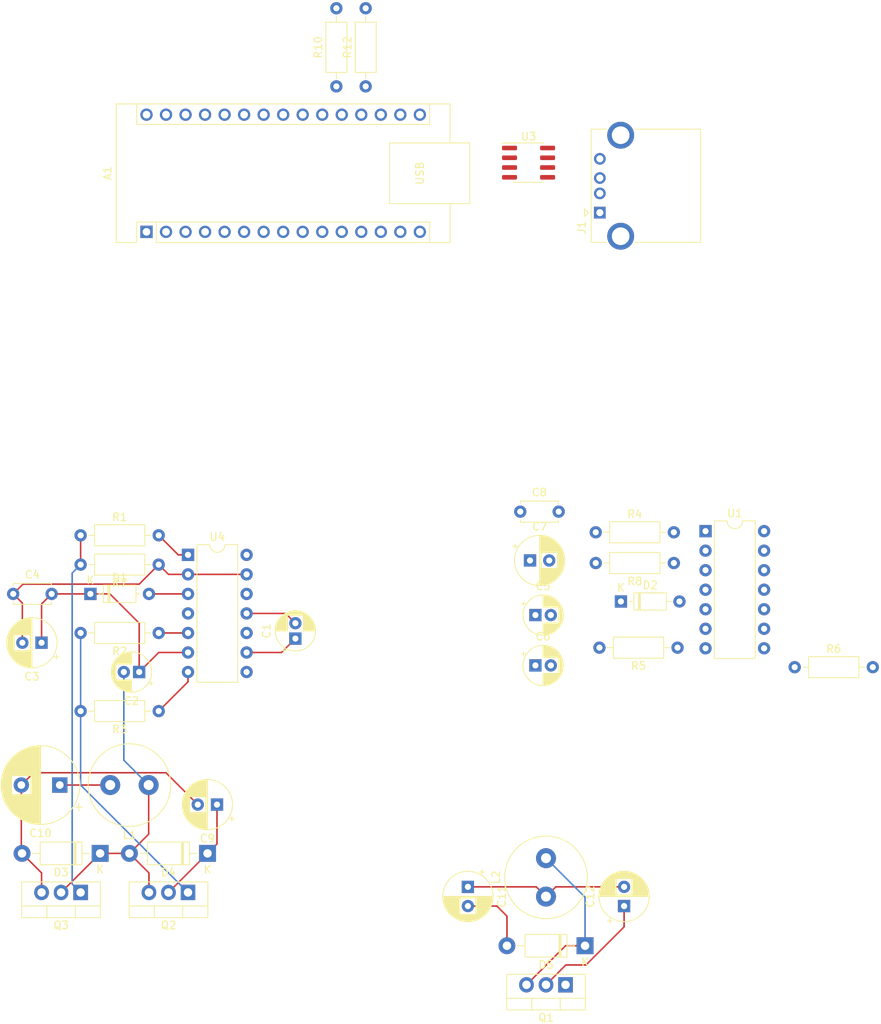
<source format=kicad_pcb>
(kicad_pcb (version 20221018) (generator pcbnew)
  (layers (0 "F.Cu" signal) (31 "B.Cu" signal) (34 "B.Paste" user) (35 "F.Paste" user) (36 "B.SilkS" user "B.Silkscreen") (37 "F.SilkS" user "F.Silkscreen") (38 "B.Mask" user) (39 "F.Mask" user) (44 "Edge.Cuts" user))
  (net 0 "")
  (net 4 "+Buck_Boost_Load")
  (net 12 "PWM_High")
  (net 13 "PWM_Low")
  (net 14 "PWM_MPPT")
  (net 19 "Battery_Voltage")
  (net 20 "PV_Voltage")
  (net 21 "PV_Current")
  (net 27 "5V")
  (net 29 "12V")
  (net 30 "-Bidirectional_DCDC_Load")
  (net 31 "+Bidirectional_DCDC_Load")
  (net 32 "Battery_V_Sensor")
  (net 33 "-Buck_Boost_Load")
  (net 34 "+PV")
  (net 35 "Net-(D1-K)")
  (net 36 "Net-(D2-K)")
  (net 37 "VS")
  (net 38 "Net-(D5-K)")
  (net 43 "Gate_High_1")
  (net 44 "Gate_High")
  (net 45 "Gate_Low")
  (net 46 "Net-(U1-LO)")
  (net 47 "Net-(U1-HO)")
  (net 48 "Gate_Low_1")
  (net 50 "Net-(SC1-+)")
  (net 51 "Net-(SC1--)")
  (net 53 "VS_1")
  (net 54 "Net-(U4-LO)")
  (net 55 "Net-(U4-HO)")
  (footprint "Capacitor_THT:CP_Radial_D6.3mm_P2.50mm" (layer "F.Cu") (at 196.429518 123.69 90)
    (fp_text reference "C12" (at 1.25 -4.4 90) (layer "F.SilkS"))
    (fp_text value "47uF")
    (pad "1" thru_hole rect (at 0 0 90) (size 1.6 1.6) (drill 0.8) (layers "*.Cu" "*.Mask") (net 34 "+PV"))
    (pad "2" thru_hole circle (at 2.5 0 90) (size 1.6 1.6) (drill 0.8) (layers "*.Cu" "*.Mask") (net 4 "+Buck_Boost_Load"))
  )
  (footprint "Resistor_THT:R_Axial_DIN0207_L6.3mm_D2.5mm_P10.16mm_Horizontal" (layer "F.Cu") (at 159 17.08 90)
    (fp_text reference "R10" (at 5.08 -2.37 90) (layer "F.SilkS"))
    (fp_text value "1k")
    (pad "1" thru_hole circle (at 0 0 90) (size 1.6 1.6) (drill 0.8) (layers "*.Cu" "*.Mask") (net 20 "PV_Voltage"))
    (pad "2" thru_hole oval (at 10.16 0 90) (size 1.6 1.6) (drill 0.8) (layers "*.Cu" "*.Mask") (net 4 "+Buck_Boost_Load"))
  )
  (footprint "Package_TO_SOT_THT:TO-220-3_Vertical" (layer "F.Cu") (at 139.7 121.92 180)
    (fp_text reference "Q2" (at 2.54 -4.27) (layer "F.SilkS"))
    (fp_text value "IRF540N")
    (pad "1" thru_hole rect (at 0 0 180) (size 1.905 2) (drill 1.1) (layers "*.Cu" "*.Mask") (net 44 "Gate_High"))
    (pad "2" thru_hole oval (at 2.54 0 180) (size 1.905 2) (drill 1.1) (layers "*.Cu" "*.Mask") (net 30 "-Bidirectional_DCDC_Load"))
    (pad "3" thru_hole oval (at 5.08 0 180) (size 1.905 2) (drill 1.1) (layers "*.Cu" "*.Mask") (net 37 "VS"))
  )
  (footprint "Capacitor_THT:CP_Radial_D5.0mm_P2.00mm" (layer "F.Cu") (at 184.894534 85.84)
    (fp_text reference "C5" (at 1 -3.75) (layer "F.SilkS"))
    (fp_text value "10uF")
    (pad "1" thru_hole rect (at 0 0) (size 1.6 1.6) (drill 0.8) (layers "*.Cu" "*.Mask") (net 27 "5V"))
    (pad "2" thru_hole circle (at 2 0) (size 1.6 1.6) (drill 0.8) (layers "*.Cu" "*.Mask") (net 4 "+Buck_Boost_Load"))
  )
  (footprint "Capacitor_THT:CP_Radial_D6.3mm_P2.50mm" (layer "F.Cu") (at 143.47 110.49 180)
    (fp_text reference "C9" (at 1.25 -4.4) (layer "F.SilkS"))
    (fp_text value "47uF")
    (pad "1" thru_hole rect (at 0 0 180) (size 1.6 1.6) (drill 0.8) (layers "*.Cu" "*.Mask") (net 30 "-Bidirectional_DCDC_Load"))
    (pad "2" thru_hole circle (at 2.5 0 180) (size 1.6 1.6) (drill 0.8) (layers "*.Cu" "*.Mask") (net 31 "+Bidirectional_DCDC_Load"))
  )
  (footprint "Inductor_THT:L_Radial_D10.5mm_P5.00mm_Abacron_AISR-01" (layer "F.Cu") (at 186.269518 122.46 90)
    (fp_text reference "L2" (at 2.5 -6.5 90) (layer "F.SilkS"))
    (fp_text value "100mH")
    (pad "1" thru_hole circle (at 0 0 90) (size 2.6 2.6) (drill 1.3) (layers "*.Cu" "*.Mask") (net 4 "+Buck_Boost_Load"))
    (pad "2" thru_hole circle (at 5 0 90) (size 2.6 2.6) (drill 1.3) (layers "*.Cu" "*.Mask") (net 38 "Net-(D5-K)"))
  )
  (footprint "Connector_USB:USB_A_CONNFLY_DS1095-WNR0" (layer "F.Cu") (at 193.2725 33.5 90)
    (fp_text reference "J1" (at -1.95 -2.35 90) (layer "F.SilkS"))
    (fp_text value "USB_A")
    (pad "1" thru_hole rect (at 0 0 90) (size 1.524 1.524) (drill 0.92) (layers "*.Cu" "*.Mask"))
    (pad "2" thru_hole circle (at 2.5 0 90) (size 1.524 1.524) (drill 0.92) (layers "*.Cu" "*.Mask"))
    (pad "3" thru_hole circle (at 4.5 0 90) (size 1.524 1.524) (drill 0.92) (layers "*.Cu" "*.Mask"))
    (pad "4" thru_hole circle (at 7 0 90) (size 1.524 1.524) (drill 0.92) (layers "*.Cu" "*.Mask"))
    (pad "5" thru_hole circle (at -3.07 2.71 90) (size 3.5 3.5) (drill 2.3) (layers "*.Cu" "*.Mask") (net 4 "+Buck_Boost_Load"))
    (pad "5" thru_hole circle (at 10.07 2.71 90) (size 3.5 3.5) (drill 2.3) (layers "*.Cu" "*.Mask") (net 4 "+Buck_Boost_Load"))
  )
  (footprint "Capacitor_THT:CP_Radial_D5.0mm_P2.00mm" (layer "F.Cu") (at 153.67 88.9 90)
    (fp_text reference "C1" (at 1 -3.75 90) (layer "F.SilkS"))
    (fp_text value "10uF")
    (pad "1" thru_hole rect (at 0 0 90) (size 1.6 1.6) (drill 0.8) (layers "*.Cu" "*.Mask") (net 27 "5V"))
    (pad "2" thru_hole circle (at 2 0 90) (size 1.6 1.6) (drill 0.8) (layers "*.Cu" "*.Mask") (net 4 "+Buck_Boost_Load"))
  )
  (footprint "Capacitor_THT:C_Disc_D4.7mm_W2.5mm_P5.00mm" (layer "F.Cu") (at 182.92 72.39)
    (fp_text reference "C8" (at 2.5 -2.5) (layer "F.SilkS"))
    (fp_text value "100nF")
    (pad "1" thru_hole circle (at 0 0) (size 1.6 1.6) (drill 0.8) (layers "*.Cu" "*.Mask") (net 4 "+Buck_Boost_Load"))
    (pad "2" thru_hole circle (at 5 0) (size 1.6 1.6) (drill 0.8) (layers "*.Cu" "*.Mask") (net 36 "Net-(D2-K)"))
  )
  (footprint "Capacitor_THT:C_Disc_D4.7mm_W2.5mm_P5.00mm" (layer "F.Cu") (at 116.96 83.09)
    (fp_text reference "C4" (at 2.5 -2.5) (layer "F.SilkS"))
    (fp_text value "100nF")
    (pad "1" thru_hole circle (at 0 0) (size 1.6 1.6) (drill 0.8) (layers "*.Cu" "*.Mask") (net 4 "+Buck_Boost_Load"))
    (pad "2" thru_hole circle (at 5 0) (size 1.6 1.6) (drill 0.8) (layers "*.Cu" "*.Mask") (net 35 "Net-(D1-K)"))
  )
  (footprint "Capacitor_THT:CP_Radial_D6.3mm_P2.50mm" (layer "F.Cu") (at 120.65 89.44 180)
    (fp_text reference "C3" (at 1.25 -4.4) (layer "F.SilkS"))
    (fp_text value "100uF")
    (pad "1" thru_hole rect (at 0 0 180) (size 1.6 1.6) (drill 0.8) (layers "*.Cu" "*.Mask") (net 35 "Net-(D1-K)"))
    (pad "2" thru_hole circle (at 2.5 0 180) (size 1.6 1.6) (drill 0.8) (layers "*.Cu" "*.Mask") (net 4 "+Buck_Boost_Load"))
  )
  (footprint "Resistor_THT:R_Axial_DIN0207_L6.3mm_D2.5mm_P10.16mm_Horizontal" (layer "F.Cu") (at 218.62 92.62)
    (fp_text reference "R6" (at 5.08 -2.37) (layer "F.SilkS"))
    (fp_text value "20")
    (pad "1" thru_hole circle (at 0 0) (size 1.6 1.6) (drill 0.8) (layers "*.Cu" "*.Mask") (net 47 "Net-(U1-HO)"))
    (pad "2" thru_hole oval (at 10.16 0) (size 1.6 1.6) (drill 0.8) (layers "*.Cu" "*.Mask") (net 43 "Gate_High_1"))
  )
  (footprint "Diode_THT:D_DO-35_SOD27_P7.62mm_Horizontal" (layer "F.Cu") (at 127 83.09)
    (fp_text reference "D1" (at 3.81 -2.12) (layer "F.SilkS"))
    (fp_text value "1N4148")
    (fp_text user "K" (at 0 -1.8) (layer "F.SilkS"))
    (pad "1" thru_hole rect (at 0 0) (size 1.6 1.6) (drill 0.8) (layers "*.Cu" "*.Mask") (net 35 "Net-(D1-K)"))
    (pad "2" thru_hole oval (at 7.62 0) (size 1.6 1.6) (drill 0.8) (layers "*.Cu" "*.Mask") (net 29 "12V"))
  )
  (footprint "Capacitor_THT:CP_Radial_D6.3mm_P2.50mm" (layer "F.Cu") (at 176.109518 121.19 -90)
    (fp_text reference "C11" (at 1.25 -4.4 90) (layer "F.SilkS"))
    (fp_text value "47uF")
    (pad "1" thru_hole rect (at 0 0 270) (size 1.6 1.6) (drill 0.8) (layers "*.Cu" "*.Mask") (net 4 "+Buck_Boost_Load"))
    (pad "2" thru_hole circle (at 2.5 0 270) (size 1.6 1.6) (drill 0.8) (layers "*.Cu" "*.Mask") (net 33 "-Buck_Boost_Load"))
  )
  (footprint "Package_TO_SOT_THT:TO-220-3_Vertical" (layer "F.Cu") (at 125.73 121.92 180)
    (fp_text reference "Q3" (at 2.54 -4.27) (layer "F.SilkS"))
    (fp_text value "IRF540N")
    (pad "1" thru_hole rect (at 0 0 180) (size 1.905 2) (drill 1.1) (layers "*.Cu" "*.Mask") (net 45 "Gate_Low"))
    (pad "2" thru_hole oval (at 2.54 0 180) (size 1.905 2) (drill 1.1) (layers "*.Cu" "*.Mask") (net 37 "VS"))
    (pad "3" thru_hole oval (at 5.08 0 180) (size 1.905 2) (drill 1.1) (layers "*.Cu" "*.Mask") (net 31 "+Bidirectional_DCDC_Load"))
  )
  (footprint "Package_DIP:DIP-14_W7.62mm" (layer "F.Cu") (at 207.02 74.925)
    (fp_text reference "U1" (at 3.81 -2.33) (layer "F.SilkS"))
    (fp_text value "IR2213")
    (pad "1" thru_hole rect (at 0 0) (size 1.6 1.6) (drill 0.8) (layers "*.Cu" "*.Mask") (net 46 "Net-(U1-LO)"))
    (pad "2" thru_hole oval (at 0 2.54) (size 1.6 1.6) (drill 0.8) (layers "*.Cu" "*.Mask") (net 4 "+Buck_Boost_Load"))
    (pad "3" thru_hole oval (at 0 5.08) (size 1.6 1.6) (drill 0.8) (layers "*.Cu" "*.Mask") (net 29 "12V"))
    (pad "4" thru_hole oval (at 0 7.62) (size 1.6 1.6) (drill 0.8) (layers "*.Cu" "*.Mask"))
    (pad "5" thru_hole oval (at 0 10.16) (size 1.6 1.6) (drill 0.8) (layers "*.Cu" "*.Mask") (net 53 "VS_1"))
    (pad "6" thru_hole oval (at 0 12.7) (size 1.6 1.6) (drill 0.8) (layers "*.Cu" "*.Mask") (net 36 "Net-(D2-K)"))
    (pad "7" thru_hole oval (at 0 15.24) (size 1.6 1.6) (drill 0.8) (layers "*.Cu" "*.Mask") (net 47 "Net-(U1-HO)"))
    (pad "8" thru_hole oval (at 7.62 15.24) (size 1.6 1.6) (drill 0.8) (layers "*.Cu" "*.Mask"))
    (pad "9" thru_hole oval (at 7.62 12.7) (size 1.6 1.6) (drill 0.8) (layers "*.Cu" "*.Mask") (net 27 "5V"))
    (pad "10" thru_hole oval (at 7.62 10.16) (size 1.6 1.6) (drill 0.8) (layers "*.Cu" "*.Mask") (net 14 "PWM_MPPT"))
    (pad "11" thru_hole oval (at 7.62 7.62) (size 1.6 1.6) (drill 0.8) (layers "*.Cu" "*.Mask") (net 4 "+Buck_Boost_Load"))
    (pad "12" thru_hole oval (at 7.62 5.08) (size 1.6 1.6) (drill 0.8) (layers "*.Cu" "*.Mask"))
    (pad "13" thru_hole oval (at 7.62 2.54) (size 1.6 1.6) (drill 0.8) (layers "*.Cu" "*.Mask") (net 4 "+Buck_Boost_Load"))
    (pad "14" thru_hole oval (at 7.62 0) (size 1.6 1.6) (drill 0.8) (layers "*.Cu" "*.Mask"))
  )
  (footprint "Resistor_THT:R_Axial_DIN0207_L6.3mm_D2.5mm_P10.16mm_Horizontal" (layer "F.Cu") (at 135.89 79.28 180)
    (fp_text reference "R7" (at 5.08 -2.37) (layer "F.SilkS"))
    (fp_text value "10k")
    (pad "1" thru_hole circle (at 0 0 180) (size 1.6 1.6) (drill 0.8) (layers "*.Cu" "*.Mask") (net 4 "+Buck_Boost_Load"))
    (pad "2" thru_hole oval (at 10.16 0 180) (size 1.6 1.6) (drill 0.8) (layers "*.Cu" "*.Mask") (net 45 "Gate_Low"))
  )
  (footprint "Diode_THT:D_DO-41_SOD81_P10.16mm_Horizontal" (layer "F.Cu") (at 142.24 116.84 180)
    (fp_text reference "D4" (at 5.08 -2.47) (layer "F.SilkS"))
    (fp_text value "1N4002")
    (fp_text user "K" (at 0 -2.1) (layer "F.SilkS"))
    (pad "1" thru_hole rect (at 0 0 180) (size 2.2 2.2) (drill 1.1) (layers "*.Cu" "*.Mask") (net 30 "-Bidirectional_DCDC_Load"))
    (pad "2" thru_hole oval (at 10.16 0 180) (size 2.2 2.2) (drill 1.1) (layers "*.Cu" "*.Mask") (net 37 "VS"))
  )
  (footprint "Inductor_THT:L_Radial_D10.5mm_P5.00mm_Abacron_AISR-01" (layer "F.Cu") (at 134.58 107.95 180)
    (fp_text reference "L1" (at 2.5 -6.5) (layer "F.SilkS"))
    (fp_text value "100mH")
    (pad "1" thru_hole circle (at 0 0 180) (size 2.6 2.6) (drill 1.3) (layers "*.Cu" "*.Mask") (net 37 "VS"))
    (pad "2" thru_hole circle (at 5 0 180) (size 2.6 2.6) (drill 1.3) (layers "*.Cu" "*.Mask") (net 32 "Battery_V_Sensor"))
  )
  (footprint "Package_DIP:DIP-14_W7.62mm" (layer "F.Cu") (at 139.7 78.01)
    (fp_text reference "U4" (at 3.81 -2.33) (layer "F.SilkS"))
    (fp_text value "IR2213")
    (pad "1" thru_hole rect (at 0 0) (size 1.6 1.6) (drill 0.8) (layers "*.Cu" "*.Mask") (net 54 "Net-(U4-LO)"))
    (pad "2" thru_hole oval (at 0 2.54) (size 1.6 1.6) (drill 0.8) (layers "*.Cu" "*.Mask") (net 4 "+Buck_Boost_Load"))
    (pad "3" thru_hole oval (at 0 5.08) (size 1.6 1.6) (drill 0.8) (layers "*.Cu" "*.Mask") (net 29 "12V"))
    (pad "4" thru_hole oval (at 0 7.62) (size 1.6 1.6) (drill 0.8) (layers "*.Cu" "*.Mask"))
    (pad "5" thru_hole oval (at 0 10.16) (size 1.6 1.6) (drill 0.8) (layers "*.Cu" "*.Mask") (net 37 "VS"))
    (pad "6" thru_hole oval (at 0 12.7) (size 1.6 1.6) (drill 0.8) (layers "*.Cu" "*.Mask") (net 35 "Net-(D1-K)"))
    (pad "7" thru_hole oval (at 0 15.24) (size 1.6 1.6) (drill 0.8) (layers "*.Cu" "*.Mask") (net 55 "Net-(U4-HO)"))
    (pad "8" thru_hole oval (at 7.62 15.24) (size 1.6 1.6) (drill 0.8) (layers "*.Cu" "*.Mask"))
    (pad "9" thru_hole oval (at 7.62 12.7) (size 1.6 1.6) (drill 0.8) (layers "*.Cu" "*.Mask") (net 27 "5V"))
    (pad "10" thru_hole oval (at 7.62 10.16) (size 1.6 1.6) (drill 0.8) (layers "*.Cu" "*.Mask") (net 12 "PWM_High"))
    (pad "11" thru_hole oval (at 7.62 7.62) (size 1.6 1.6) (drill 0.8) (layers "*.Cu" "*.Mask") (net 4 "+Buck_Boost_Load"))
    (pad "12" thru_hole oval (at 7.62 5.08) (size 1.6 1.6) (drill 0.8) (layers "*.Cu" "*.Mask") (net 13 "PWM_Low"))
    (pad "13" thru_hole oval (at 7.62 2.54) (size 1.6 1.6) (drill 0.8) (layers "*.Cu" "*.Mask") (net 4 "+Buck_Boost_Load"))
    (pad "14" thru_hole oval (at 7.62 0) (size 1.6 1.6) (drill 0.8) (layers "*.Cu" "*.Mask"))
  )
  (footprint "Diode_THT:D_DO-35_SOD27_P7.62mm_Horizontal" (layer "F.Cu") (at 196.01 84.075)
    (fp_text reference "D2" (at 3.81 -2.12) (layer "F.SilkS"))
    (fp_text value "1N4148")
    (fp_text user "K" (at 0 -1.8) (layer "F.SilkS"))
    (pad "1" thru_hole rect (at 0 0) (size 1.6 1.6) (drill 0.8) (layers "*.Cu" "*.Mask") (net 36 "Net-(D2-K)"))
    (pad "2" thru_hole oval (at 7.62 0) (size 1.6 1.6) (drill 0.8) (layers "*.Cu" "*.Mask") (net 29 "12V"))
  )
  (footprint "Diode_THT:D_DO-41_SOD81_P10.16mm_Horizontal" (layer "F.Cu") (at 191.349518 128.85 180)
    (fp_text reference "D5" (at 5.08 -2.47) (layer "F.SilkS"))
    (fp_text value "1N4002")
    (fp_text user "K" (at 0 -2.1) (layer "F.SilkS"))
    (pad "1" thru_hole rect (at 0 0 180) (size 2.2 2.2) (drill 1.1) (layers "*.Cu" "*.Mask") (net 38 "Net-(D5-K)"))
    (pad "2" thru_hole oval (at 10.16 0 180) (size 2.2 2.2) (drill 1.1) (layers "*.Cu" "*.Mask") (net 33 "-Buck_Boost_Load"))
  )
  (footprint "Capacitor_THT:CP_Radial_D5.0mm_P2.00mm" (layer "F.Cu") (at 184.894534 92.39)
    (fp_text reference "C6" (at 1 -3.75) (layer "F.SilkS"))
    (fp_text value "10uF")
    (pad "1" thru_hole rect (at 0 0) (size 1.6 1.6) (drill 0.8) (layers "*.Cu" "*.Mask") (net 36 "Net-(D2-K)"))
    (pad "2" thru_hole circle (at 2 0) (size 1.6 1.6) (drill 0.8) (layers "*.Cu" "*.Mask") (net 53 "VS_1"))
  )
  (footprint "Module:Arduino_Nano" (layer "F.Cu") (at 134.3 36 90)
    (fp_text reference "A1" (at 7.62 -5.08 90) (layer "F.SilkS"))
    (fp_text value "Arduino_Nano_v3.x")
    (fp_text user "USB" (at 7.62 35.56 90 unlocked) (layer "F.SilkS"))
    (pad "1" thru_hole rect (at 0 0 90) (size 1.6 1.6) (drill 1) (layers "*.Cu" "*.Mask"))
    (pad "2" thru_hole oval (at 0 2.54 90) (size 1.6 1.6) (drill 1) (layers "*.Cu" "*.Mask"))
    (pad "3" thru_hole oval (at 0 5.08 90) (size 1.6 1.6) (drill 1) (layers "*.Cu" "*.Mask"))
    (pad "4" thru_hole oval (at 0 7.62 90) (size 1.6 1.6) (drill 1) (layers "*.Cu" "*.Mask") (net 4 "+Buck_Boost_Load"))
    (pad "5" thru_hole oval (at 0 10.16 90) (size 1.6 1.6) (drill 1) (layers "*.Cu" "*.Mask"))
    (pad "6" thru_hole oval (at 0 12.7 90) (size 1.6 1.6) (drill 1) (layers "*.Cu" "*.Mask"))
    (pad "7" thru_hole oval (at 0 15.24 90) (size 1.6 1.6) (drill 1) (layers "*.Cu" "*.Mask"))
    (pad "8" thru_hole oval (at 0 17.78 90) (size 1.6 1.6) (drill 1) (layers "*.Cu" "*.Mask"))
    (pad "9" thru_hole oval (at 0 20.32 90) (size 1.6 1.6) (drill 1) (layers "*.Cu" "*.Mask"))
    (pad "10" thru_hole oval (at 0 22.86 90) (size 1.6 1.6) (drill 1) (layers "*.Cu" "*.Mask"))
    (pad "11" thru_hole oval (at 0 25.4 90) (size 1.6 1.6) (drill 1) (layers "*.Cu" "*.Mask"))
    (pad "12" thru_hole oval (at 0 27.94 90) (size 1.6 1.6) (drill 1) (layers "*.Cu" "*.Mask") (net 12 "PWM_High"))
    (pad "13" thru_hole oval (at 0 30.48 90) (size 1.6 1.6) (drill 1) (layers "*.Cu" "*.Mask") (net 13 "PWM_Low"))
    (pad "14" thru_hole oval (at 0 33.02 90) (size 1.6 1.6) (drill 1) (layers "*.Cu" "*.Mask") (net 14 "PWM_MPPT"))
    (pad "15" thru_hole oval (at 0 35.56 90) (size 1.6 1.6) (drill 1) (layers "*.Cu" "*.Mask"))
    (pad "16" thru_hole oval (at 15.24 35.56 90) (size 1.6 1.6) (drill 1) (layers "*.Cu" "*.Mask"))
    (pad "17" thru_hole oval (at 15.24 33.02 90) (size 1.6 1.6) (drill 1) (layers "*.Cu" "*.Mask"))
    (pad "18" thru_hole oval (at 15.24 30.48 90) (size 1.6 1.6) (drill 1) (layers "*.Cu" "*.Mask"))
    (pad "19" thru_hole oval (at 15.24 27.94 90) (size 1.6 1.6) (drill 1) (layers "*.Cu" "*.Mask") (net 19 "Battery_Voltage"))
    (pad "20" thru_hole oval (at 15.24 25.4 90) (size 1.6 1.6) (drill 1) (layers "*.Cu" "*.Mask") (net 20 "PV_Voltage"))
    (pad "21" thru_hole oval (at 15.24 22.86 90) (size 1.6 1.6) (drill 1) (layers "*.Cu" "*.Mask") (net 21 "PV_Current"))
    (pad "22" thru_hole oval (at 15.24 20.32 90) (size 1.6 1.6) (drill 1) (layers "*.Cu" "*.Mask"))
    (pad "23" thru_hole oval (at 15.24 17.78 90) (size 1.6 1.6) (drill 1) (layers "*.Cu" "*.Mask"))
    (pad "24" thru_hole oval (at 15.24 15.24 90) (size 1.6 1.6) (drill 1) (layers "*.Cu" "*.Mask"))
    (pad "25" thru_hole oval (at 15.24 12.7 90) (size 1.6 1.6) (drill 1) (layers "*.Cu" "*.Mask"))
    (pad "26" thru_hole oval (at 15.24 10.16 90) (size 1.6 1.6) (drill 1) (layers "*.Cu" "*.Mask"))
    (pad "27" thru_hole oval (at 15.24 7.62 90) (size 1.6 1.6) (drill 1) (layers "*.Cu" "*.Mask") (net 27 "5V"))
    (pad "28" thru_hole oval (at 15.24 5.08 90) (size 1.6 1.6) (drill 1) (layers "*.Cu" "*.Mask"))
    (pad "29" thru_hole oval (at 15.24 2.54 90) (size 1.6 1.6) (drill 1) (layers "*.Cu" "*.Mask") (net 4 "+Buck_Boost_Load"))
    (pad "30" thru_hole oval (at 15.24 0 90) (size 1.6 1.6) (drill 1) (layers "*.Cu" "*.Mask") (net 29 "12V"))
  )
  (footprint "Capacitor_THT:CP_Radial_D5.0mm_P2.00mm" (layer "F.Cu") (at 133.35 93.25 180)
    (fp_text reference "C2" (at 1 -3.75) (layer "F.SilkS"))
    (fp_text value "10uF")
    (pad "1" thru_hole rect (at 0 0 180) (size 1.6 1.6) (drill 0.8) (layers "*.Cu" "*.Mask") (net 35 "Net-(D1-K)"))
    (pad "2" thru_hole circle (at 2 0 180) (size 1.6 1.6) (drill 0.8) (layers "*.Cu" "*.Mask") (net 37 "VS"))
  )
  (footprint "Package_SO:SOIC-8_3.9x4.9mm_P1.27mm" (layer "F.Cu") (at 184 27)
    (fp_text reference "U3" (at 0 -3.4) (layer "F.SilkS"))
    (fp_text value "ACS712xLCTR-05B")
    (pad "1" smd roundrect (at -2.475 -1.905) (size 1.95 0.6) (layers "F.Cu" "F.Paste" "F.Mask") (net 50 "Net-(SC1-+)"))
    (pad "2" smd roundrect (at -2.475 -0.635) (size 1.95 0.6) (layers "F.Cu" "F.Paste" "F.Mask") (net 50 "Net-(SC1-+)"))
    (pad "3" smd roundrect (at -2.475 0.635) (size 1.95 0.6) (layers "F.Cu" "F.Paste" "F.Mask") (net 51 "Net-(SC1--)"))
    (pad "4" smd roundrect (at -2.475 1.905) (size 1.95 0.6) (layers "F.Cu" "F.Paste" "F.Mask") (net 51 "Net-(SC1--)"))
    (pad "5" smd roundrect (at 2.475 1.905) (size 1.95 0.6) (layers "F.Cu" "F.Paste" "F.Mask") (net 4 "+Buck_Boost_Load"))
    (pad "6" smd roundrect (at 2.475 0.635) (size 1.95 0.6) (layers "F.Cu" "F.Paste" "F.Mask"))
    (pad "7" smd roundrect (at 2.475 -0.635) (size 1.95 0.6) (layers "F.Cu" "F.Paste" "F.Mask") (net 34 "+PV"))
    (pad "8" smd roundrect (at 2.475 -1.905) (size 1.95 0.6) (layers "F.Cu" "F.Paste" "F.Mask") (net 27 "5V"))
  )
  (footprint "Resistor_THT:R_Axial_DIN0207_L6.3mm_D2.5mm_P10.16mm_Horizontal" (layer "F.Cu") (at 135.89 88.17 180)
    (fp_text reference "R2" (at 5.08 -2.37) (layer "F.SilkS"))
    (fp_text value "10k")
    (pad "1" thru_hole circle (at 0 0 180) (size 1.6 1.6) (drill 0.8) (layers "*.Cu" "*.Mask") (net 37 "VS"))
    (pad "2" thru_hole oval (at 10.16 0 180) (size 1.6 1.6) (drill 0.8) (layers "*.Cu" "*.Mask") (net 44 "Gate_High"))
  )
  (footprint "Capacitor_THT:CP_Radial_D10.0mm_P5.00mm" (layer "F.Cu") (at 123.017677 107.95 180)
    (fp_text reference "C10" (at 2.5 -6.25) (layer "F.SilkS"))
    (fp_text value "470uF")
    (pad "1" thru_hole rect (at 0 0 180) (size 2 2) (drill 1) (layers "*.Cu" "*.Mask") (net 32 "Battery_V_Sensor"))
    (pad "2" thru_hole circle (at 5 0 180) (size 2 2) (drill 1) (layers "*.Cu" "*.Mask") (net 31 "+Bidirectional_DCDC_Load"))
  )
  (footprint "Resistor_THT:R_Axial_DIN0207_L6.3mm_D2.5mm_P10.16mm_Horizontal" (layer "F.Cu") (at 125.73 75.47)
    (fp_text reference "R1" (at 5.08 -2.37) (layer "F.SilkS"))
    (fp_text value "20")
    (pad "1" thru_hole circle (at 0 0) (size 1.6 1.6) (drill 0.8) (layers "*.Cu" "*.Mask") (net 45 "Gate_Low"))
    (pad "2" thru_hole oval (at 10.16 0) (size 1.6 1.6) (drill 0.8) (layers "*.Cu" "*.Mask") (net 54 "Net-(U4-LO)"))
  )
  (footprint "Package_TO_SOT_THT:TO-220-3_Vertical" (layer "F.Cu") (at 188.809518 133.93 180)
    (fp_text reference "Q1" (at 2.54 -4.27) (layer "F.SilkS"))
    (fp_text value "IRF540N")
    (pad "1" thru_hole rect (at 0 0 180) (size 1.905 2) (drill 1.1) (layers "*.Cu" "*.Mask") (net 43 "Gate_High_1"))
    (pad "2" thru_hole oval (at 2.54 0 180) (size 1.905 2) (drill 1.1) (layers "*.Cu" "*.Mask") (net 34 "+PV"))
    (pad "3" thru_hole oval (at 5.08 0 180) (size 1.905 2) (drill 1.1) (layers "*.Cu" "*.Mask") (net 38 "Net-(D5-K)"))
  )
  (footprint "Resistor_THT:R_Axial_DIN0207_L6.3mm_D2.5mm_P10.16mm_Horizontal" (layer "F.Cu") (at 203.38 90.08 180)
    (fp_text reference "R5" (at 5.08 -2.37) (layer "F.SilkS"))
    (fp_text value "10k")
    (pad "1" thru_hole circle (at 0 0 180) (size 1.6 1.6) (drill 0.8) (layers "*.Cu" "*.Mask") (net 53 "VS_1"))
    (pad "2" thru_hole oval (at 10.16 0 180) (size 1.6 1.6) (drill 0.8) (layers "*.Cu" "*.Mask") (net 43 "Gate_High_1"))
  )
  (footprint "Resistor_THT:R_Axial_DIN0207_L6.3mm_D2.5mm_P10.16mm_Horizontal" (layer "F.Cu") (at 202.9 79.075 180)
    (fp_text reference "R8" (at 5.08 -2.37) (layer "F.SilkS"))
    (fp_text value "10k")
    (pad "1" thru_hole circle (at 0 0 180) (size 1.6 1.6) (drill 0.8) (layers "*.Cu" "*.Mask") (net 4 "+Buck_Boost_Load"))
    (pad "2" thru_hole oval (at 10.16 0 180) (size 1.6 1.6) (drill 0.8) (layers "*.Cu" "*.Mask") (net 48 "Gate_Low_1"))
  )
  (footprint "Diode_THT:D_DO-41_SOD81_P10.16mm_Horizontal" (layer "F.Cu") (at 128.27 116.84 180)
    (fp_text reference "D3" (at 5.08 -2.47) (layer "F.SilkS"))
    (fp_text value "1N4002")
    (fp_text user "K" (at 0 -2.1) (layer "F.SilkS"))
    (pad "1" thru_hole rect (at 0 0 180) (size 2.2 2.2) (drill 1.1) (layers "*.Cu" "*.Mask") (net 37 "VS"))
    (pad "2" thru_hole oval (at 10.16 0 180) (size 2.2 2.2) (drill 1.1) (layers "*.Cu" "*.Mask") (net 31 "+Bidirectional_DCDC_Load"))
  )
  (footprint "Resistor_THT:R_Axial_DIN0207_L6.3mm_D2.5mm_P10.16mm_Horizontal" (layer "F.Cu") (at 135.89 98.33 180)
    (fp_text reference "R3" (at 5.08 -2.37) (layer "F.SilkS"))
    (fp_text value "20")
    (pad "1" thru_hole circle (at 0 0 180) (size 1.6 1.6) (drill 0.8) (layers "*.Cu" "*.Mask") (net 55 "Net-(U4-HO)"))
    (pad "2" thru_hole oval (at 10.16 0 180) (size 1.6 1.6) (drill 0.8) (layers "*.Cu" "*.Mask") (net 44 "Gate_High"))
  )
  (footprint "Resistor_THT:R_Axial_DIN0207_L6.3mm_D2.5mm_P10.16mm_Horizontal" (layer "F.Cu") (at 162.81 17.08 90)
    (fp_text reference "R12" (at 5.08 -2.37 90) (layer "F.SilkS"))
    (fp_text value "1k")
    (pad "1" thru_hole circle (at 0 0 90) (size 1.6 1.6) (drill 0.8) (layers "*.Cu" "*.Mask") (net 19 "Battery_Voltage"))
    (pad "2" thru_hole oval (at 10.16 0 90) (size 1.6 1.6) (drill 0.8) (layers "*.Cu" "*.Mask") (net 4 "+Buck_Boost_Load"))
  )
  (footprint "Capacitor_THT:CP_Radial_D6.3mm_P2.50mm" (layer "F.Cu") (at 184.19 78.74)
    (fp_text reference "C7" (at 1.25 -4.4) (layer "F.SilkS"))
    (fp_text value "100uF")
    (pad "1" thru_hole rect (at 0 0) (size 1.6 1.6) (drill 0.8) (layers "*.Cu" "*.Mask") (net 36 "Net-(D2-K)"))
    (pad "2" thru_hole circle (at 2.5 0) (size 1.6 1.6) (drill 0.8) (layers "*.Cu" "*.Mask") (net 4 "+Buck_Boost_Load"))
  )
  (footprint "Resistor_THT:R_Axial_DIN0207_L6.3mm_D2.5mm_P10.16mm_Horizontal" (layer "F.Cu") (at 192.74 75.075)
    (fp_text reference "R4" (at 5.08 -2.37) (layer "F.SilkS"))
    (fp_text value "20")
    (pad "1" thru_hole circle (at 0 0) (size 1.6 1.6) (drill 0.8) (layers "*.Cu" "*.Mask") (net 48 "Gate_Low_1"))
    (pad "2" thru_hole oval (at 10.16 0) (size 1.6 1.6) (drill 0.8) (layers "*.Cu" "*.Mask") (net 46 "Net-(U1-LO)"))
  )
  (segment (start 137.16 80.55) (end 135.89 79.28) (width 0.2) (layer "F.Cu") (net 4))
  (segment (start 196.429518 121.19) (end 187.539518 121.19) (width 0.2) (layer "F.Cu") (net 4))
  (segment (start 152.4 85.63) (end 147.32 85.63) (width 0.2) (layer "F.Cu") (net 4))
  (segment (start 118.15 89.44) (end 118.15 84.28) (width 0.2) (layer "F.Cu") (net 4))
  (segment (start 187.539518 121.19) (end 186.269518 122.46) (width 0.2) (layer "F.Cu") (net 4))
  (segment (start 139.7 80.55) (end 137.16 80.55) (width 0.2) (layer "F.Cu") (net 4))
  (segment (start 118.23 81.82) (end 133.35 81.82) (width 0.2) (layer "F.Cu") (net 4))
  (segment (start 176.109518 121.19) (end 184.999518 121.19) (width 0.2) (layer "F.Cu") (net 4))
  (segment (start 133.35 81.82) (end 135.89 79.28) (width 0.2) (layer "F.Cu") (net 4))
  (segment (start 116.96 83.09) (end 118.23 81.82) (width 0.2) (layer "F.Cu") (net 4))
  (segment (start 147.32 80.55) (end 139.7 80.55) (width 0.2) (layer "F.Cu") (net 4))
  (segment (start 184.999518 121.19) (end 186.269518 122.46) (width 0.2) (layer "F.Cu") (net 4))
  (segment (start 153.67 86.9) (end 152.4 85.63) (width 0.2) (layer "F.Cu") (net 4))
  (segment (start 118.15 84.28) (end 116.96 83.09) (width 0.2) (layer "F.Cu") (net 4))
  (segment (start 147.32 90.71) (end 151.86 90.71) (width 0.2) (layer "F.Cu") (net 27))
  (segment (start 151.86 90.71) (end 153.67 88.9) (width 0.2) (layer "F.Cu") (net 27))
  (segment (start 139.7 83.09) (end 134.62 83.09) (width 0.2) (layer "F.Cu") (net 29))
  (segment (start 142.24 116.84) (end 137.16 121.92) (width 0.2) (layer "F.Cu") (net 30))
  (segment (start 143.47 110.49) (end 143.47 115.61) (width 0.2) (layer "F.Cu") (net 30))
  (segment (start 143.47 115.61) (end 142.24 116.84) (width 0.2) (layer "F.Cu") (net 30))
  (segment (start 118.017677 107.95) (end 118.017677 116.747677) (width 0.2) (layer "F.Cu") (net 31))
  (segment (start 119.617677 106.35) (end 118.017677 107.95) (width 0.2) (layer "F.Cu") (net 31))
  (segment (start 136.83 106.35) (end 119.617677 106.35) (width 0.2) (layer "F.Cu") (net 31))
  (segment (start 118.017677 116.747677) (end 118.11 116.84) (width 0.2) (layer "F.Cu") (net 31))
  (segment (start 120.65 119.38) (end 120.65 121.92) (width 0.2) (layer "F.Cu") (net 31))
  (segment (start 140.97 110.49) (end 136.83 106.35) (width 0.2) (layer "F.Cu") (net 31))
  (segment (start 118.11 116.84) (end 120.65 119.38) (width 0.2) (layer "F.Cu") (net 31))
  (segment (start 129.58 107.95) (end 123.017677 107.95) (width 0.2) (layer "F.Cu") (net 32))
  (segment (start 179.879518 123.69) (end 181.189518 125) (width 0.2) (layer "F.Cu") (net 33))
  (segment (start 181.189518 125) (end 181.189518 128.85) (width 0.2) (layer "F.Cu") (net 33))
  (segment (start 176.109518 123.69) (end 179.879518 123.69) (width 0.2) (layer "F.Cu") (net 33))
  (segment (start 186.269518 133.93) (end 188.849518 131.35) (width 0.2) (layer "F.Cu") (net 34))
  (segment (start 196.429518 126.394264) (end 196.429518 123.69) (width 0.2) (layer "F.Cu") (net 34))
  (segment (start 191.473782 131.35) (end 196.429518 126.394264) (width 0.2) (layer "F.Cu") (net 34))
  (segment (start 188.849518 131.35) (end 191.473782 131.35) (width 0.2) (layer "F.Cu") (net 34))
  (segment (start 127 83.09) (end 129.54 83.09) (width 0.2) (layer "F.Cu") (net 35))
  (segment (start 120.65 89.44) (end 120.65 84.4) (width 0.2) (layer "F.Cu") (net 35))
  (segment (start 121.96 83.09) (end 127 83.09) (width 0.2) (layer "F.Cu") (net 35))
  (segment (start 133.35 86.9) (end 133.35 93.25) (width 0.2) (layer "F.Cu") (net 35))
  (segment (start 139.7 90.71) (end 135.89 90.71) (width 0.2) (layer "F.Cu") (net 35))
  (segment (start 129.54 83.09) (end 133.35 86.9) (width 0.2) (layer "F.Cu") (net 35))
  (segment (start 135.89 90.71) (end 133.35 93.25) (width 0.2) (layer "F.Cu") (net 35))
  (segment (start 120.65 84.4) (end 121.96 83.09) (width 0.2) (layer "F.Cu") (net 35))
  (segment (start 132.08 116.84) (end 128.27 116.84) (width 0.2) (layer "F.Cu") (net 37))
  (segment (start 132.08 116.84) (end 134.58 114.34) (width 0.2) (layer "F.Cu") (net 37))
  (segment (start 123.19 121.92) (end 128.27 116.84) (width 0.2) (layer "F.Cu") (net 37))
  (segment (start 134.62 121.92) (end 134.62 119.38) (width 0.2) (layer "F.Cu") (net 37))
  (segment (start 134.62 119.38) (end 132.08 116.84) (width 0.2) (layer "F.Cu") (net 37))
  (segment (start 134.58 114.34) (end 134.58 107.95) (width 0.2) (layer "F.Cu") (net 37))
  (segment (start 139.7 88.17) (end 135.89 88.17) (width 0.2) (layer "F.Cu") (net 37))
  (segment (start 131.35 104.72) (end 131.35 93.25) (width 0.2) (layer "B.Cu") (net 37))
  (segment (start 134.58 107.95) (end 131.35 104.72) (width 0.2) (layer "B.Cu") (net 37))
  (segment (start 191.349518 128.85) (end 188.809518 128.85) (width 0.2) (layer "F.Cu") (net 38))
  (segment (start 188.809518 128.85) (end 183.729518 133.93) (width 0.2) (layer "F.Cu") (net 38))
  (segment (start 191.349518 122.54) (end 191.349518 128.85) (width 0.2) (layer "B.Cu") (net 38))
  (segment (start 186.269518 117.46) (end 191.349518 122.54) (width 0.2) (layer "B.Cu") (net 38))
  (segment (start 139.7 121.92) (end 125.73 107.95) (width 0.2) (layer "B.Cu") (net 44))
  (segment (start 125.73 107.95) (end 125.73 98.33) (width 0.2) (layer "B.Cu") (net 44))
  (segment (start 125.73 98.33) (end 125.73 88.17) (width 0.2) (layer "B.Cu") (net 44))
  (segment (start 125.73 79.28) (end 125.73 75.47) (width 0.2) (layer "F.Cu") (net 45))
  (segment (start 125.73 121.92) (end 124.63 120.82) (width 0.2) (layer "B.Cu") (net 45))
  (segment (start 124.63 120.82) (end 124.63 80.38) (width 0.2) (layer "B.Cu") (net 45))
  (segment (start 124.63 80.38) (end 125.73 79.28) (width 0.2) (layer "B.Cu") (net 45))
  (segment (start 138.43 78.01) (end 135.89 75.47) (width 0.2) (layer "F.Cu") (net 54))
  (segment (start 139.7 78.01) (end 138.43 78.01) (width 0.2) (layer "F.Cu") (net 54))
  (segment (start 139.7 94.52) (end 135.89 98.33) (width 0.2) (layer "F.Cu") (net 55))
  (segment (start 139.7 93.25) (end 139.7 94.52) (width 0.2) (layer "F.Cu") (net 55))
)
</source>
